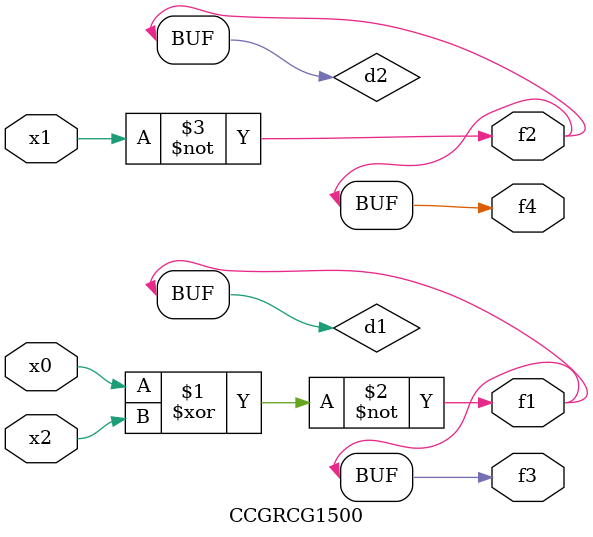
<source format=v>
module CCGRCG1500(
	input x0, x1, x2,
	output f1, f2, f3, f4
);

	wire d1, d2, d3;

	xnor (d1, x0, x2);
	nand (d2, x1);
	nor (d3, x1, x2);
	assign f1 = d1;
	assign f2 = d2;
	assign f3 = d1;
	assign f4 = d2;
endmodule

</source>
